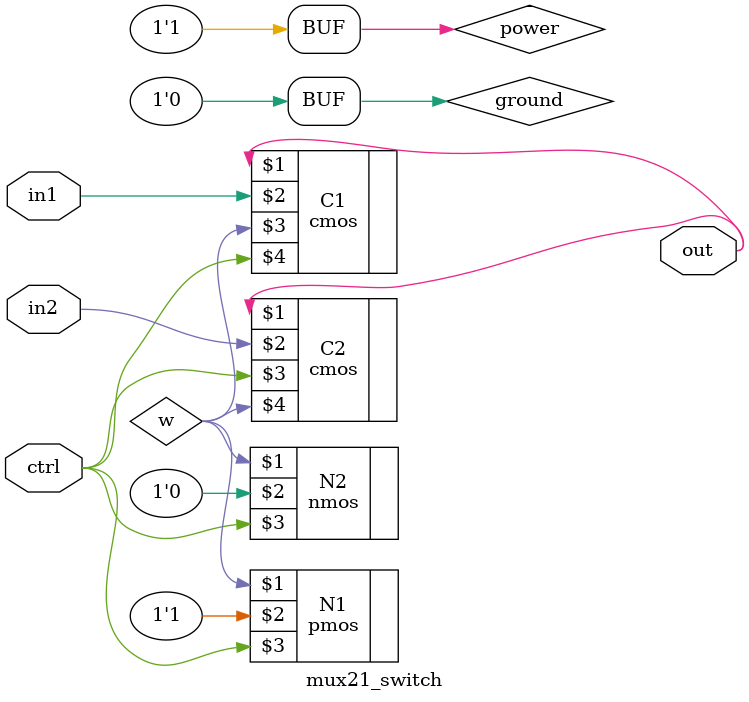
<source format=v>
module mux21_switch (out, ctrl, in1, in2);
   
   output out;                    
   input  ctrl, in1, in2;         
   wire          w;            

   supply1 power;             
   supply0 ground;      
   
   pmos N1 (w, power, ctrl);     
   nmos N2 (w, ground, ctrl);   
   
   cmos C1 (out, in1, w, ctrl);   
   cmos C2 (out, in2, ctrl, w);
   
endmodule

</source>
